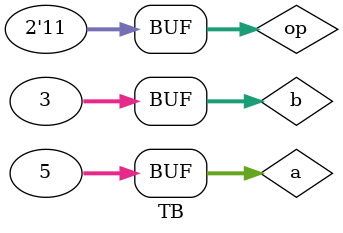
<source format=v>
module TB ();
  reg [31:0] a;
  reg [31:0] b;
  reg [1:0] op;
  wire [31:0] result;
  wire verflow;
  wire carry;
  wire negative;
  wire zero;
  ALU32bit uut (
      .a(a),
      .b(b),
      .op(op),
      .result(result),
      .verflow(verflow),
      .carry(carry),
      .negative(negative),
      .zero(zero)
  );
  initial begin
    a  = 32'hFFFFFFFF;
    b  = 32'h00000001;
    op = 2'b00;
    #200;
    a  = 32'h00000001;
    b  = 32'h00000001;
    op = 2'b00;
    #200;
    a  = 32'h00000000;
    b  = 32'h00000001;
    op = 2'b01;
    #200;
    a  = 32'h00000002;
    b  = 32'h00000001;
    op = 2'b01;
    #200;
    a  = 32'hFFFFFFFF;
    b  = 32'h00000001;
    op = 2'b10;
    #200;
    a  = 32'h00000000;
    b  = 32'h00000001;
    op = 2'b11;
    #200;
    a  = 32'h7FFFFFFF;
    b  = 32'h00000001;
    op = 2'b00;
    #200;
    a  = 32'h7FFFFFFE;
    b  = 32'h00000001;
    op = 2'b00;
    #200;
    a  = 32'h00000000;
    b  = 32'h00000000;
    op = 2'b00;
    #200;
    a  = 32'h80000000;
    b  = 32'h00000000;
    op = 2'b00;
    #200;
    a  = 32'h00000002;
    b  = 32'h00000003;
    op = 2'b10;
    #200;
    a  = 32'hFFFFFFFF;
    b  = 32'h00000002;
    op = 2'b10;
    #200;
    a  = 32'h00000005;
    b  = 32'h00000003;
    op = 2'b11;
  end
endmodule

</source>
